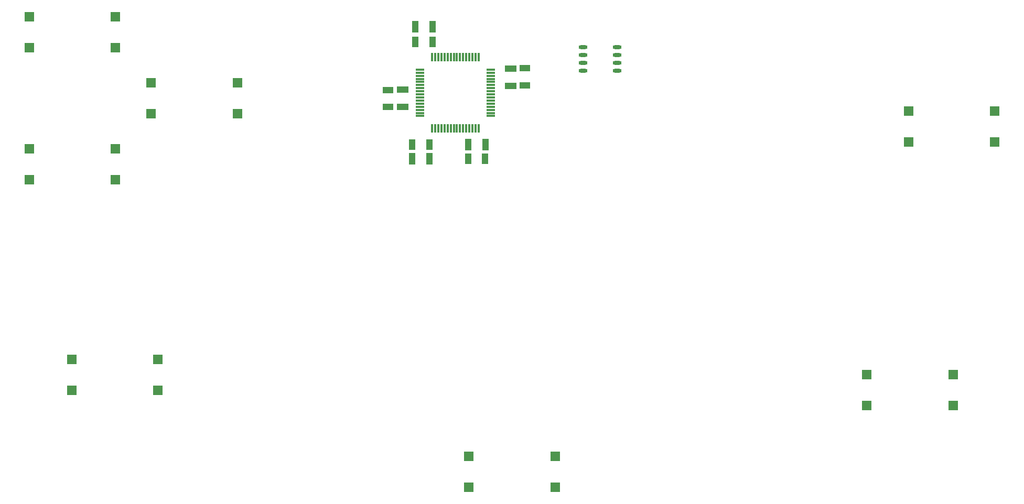
<source format=gtp>
G04*
G04 #@! TF.GenerationSoftware,Altium Limited,Altium Designer,19.1.5 (86)*
G04*
G04 Layer_Color=8421504*
%FSLAX24Y24*%
%MOIN*%
G70*
G01*
G75*
%ADD21R,0.0417X0.0701*%
%ADD22R,0.0701X0.0417*%
%ADD23R,0.0402X0.0717*%
%ADD24R,0.0717X0.0402*%
%ADD25R,0.0610X0.0630*%
%ADD26R,0.0118X0.0571*%
%ADD27R,0.0571X0.0118*%
%ADD28O,0.0571X0.0236*%
D21*
X23265Y28350D02*
D03*
X24335D02*
D03*
X20785Y29250D02*
D03*
X19715D02*
D03*
X20985Y35800D02*
D03*
X19915D02*
D03*
D22*
X18150Y31665D02*
D03*
Y32735D02*
D03*
X26850Y33033D02*
D03*
Y34104D02*
D03*
D23*
X23249Y29250D02*
D03*
X24351D02*
D03*
X20801Y28350D02*
D03*
X19699D02*
D03*
X21001Y36750D02*
D03*
X19899D02*
D03*
D24*
X19100Y31649D02*
D03*
Y32751D02*
D03*
X25950Y32999D02*
D03*
Y34101D02*
D03*
D25*
X23304Y9434D02*
D03*
X28796D02*
D03*
X23304Y7466D02*
D03*
X28796D02*
D03*
X3104Y33184D02*
D03*
X8596D02*
D03*
X3104Y31216D02*
D03*
X8596D02*
D03*
X3546Y13616D02*
D03*
X-1946D02*
D03*
X3546Y15584D02*
D03*
X-1946D02*
D03*
X56746Y29416D02*
D03*
X51254D02*
D03*
X56746Y31384D02*
D03*
X51254D02*
D03*
X54096Y12666D02*
D03*
X48604D02*
D03*
X54096Y14634D02*
D03*
X48604D02*
D03*
X-4646Y28984D02*
D03*
X846D02*
D03*
X-4646Y27016D02*
D03*
X846D02*
D03*
X-4646Y37384D02*
D03*
X846D02*
D03*
X-4646Y35416D02*
D03*
X846D02*
D03*
D26*
X20974Y34814D02*
D03*
X21170D02*
D03*
X21367D02*
D03*
X21564D02*
D03*
X21761D02*
D03*
X21958D02*
D03*
X22155D02*
D03*
X22352D02*
D03*
X22548D02*
D03*
X22745D02*
D03*
X22942D02*
D03*
X23139D02*
D03*
X23336D02*
D03*
X23533D02*
D03*
X23730D02*
D03*
X23926D02*
D03*
Y30286D02*
D03*
X23730D02*
D03*
X23533D02*
D03*
X23336D02*
D03*
X23139D02*
D03*
X22942D02*
D03*
X22745D02*
D03*
X22548D02*
D03*
X22352D02*
D03*
X22155D02*
D03*
X21958D02*
D03*
X21761D02*
D03*
X21564D02*
D03*
X21367D02*
D03*
X21170D02*
D03*
X20974D02*
D03*
D27*
X24714Y34026D02*
D03*
Y33830D02*
D03*
Y33633D02*
D03*
Y33436D02*
D03*
Y33239D02*
D03*
Y33042D02*
D03*
Y32845D02*
D03*
Y32648D02*
D03*
Y32452D02*
D03*
Y32255D02*
D03*
Y32058D02*
D03*
Y31861D02*
D03*
Y31664D02*
D03*
Y31467D02*
D03*
Y31270D02*
D03*
Y31074D02*
D03*
X20186D02*
D03*
Y31270D02*
D03*
Y31467D02*
D03*
Y31664D02*
D03*
Y31861D02*
D03*
Y32058D02*
D03*
Y32255D02*
D03*
Y32452D02*
D03*
Y32648D02*
D03*
Y32845D02*
D03*
Y33042D02*
D03*
Y33239D02*
D03*
Y33436D02*
D03*
Y33633D02*
D03*
Y33830D02*
D03*
Y34026D02*
D03*
D28*
X32723Y33950D02*
D03*
Y34450D02*
D03*
Y34950D02*
D03*
Y35450D02*
D03*
X30577Y33950D02*
D03*
Y34450D02*
D03*
Y34950D02*
D03*
Y35450D02*
D03*
M02*

</source>
